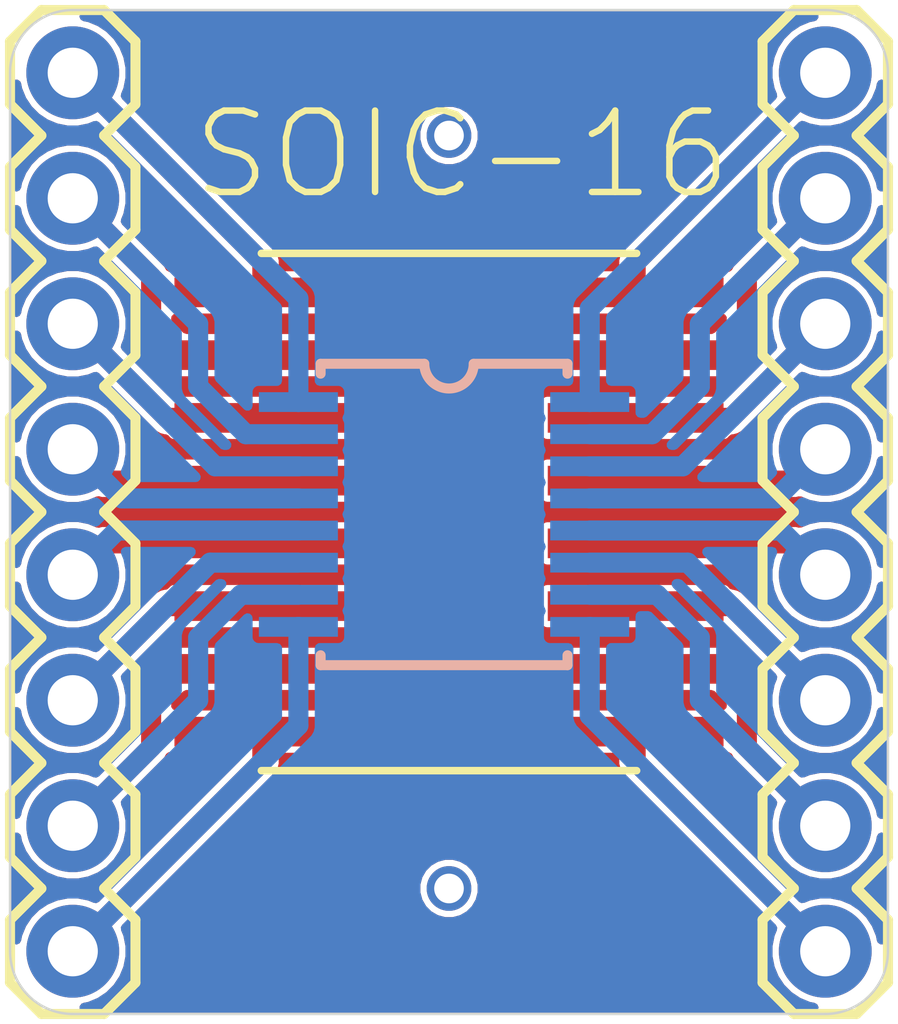
<source format=kicad_pcb>
(kicad_pcb (version 20241229) (generator "pcbnew") (generator_version "9.0")
  (layers (0 "F.Cu" signal) (2 "B.Cu" signal) (13 "F.Paste" user) (15 "B.Paste" user) (5 "F.SilkS" user "F.Silkscreen") (7 "B.SilkS" user "B.Silkscreen") (1 "F.Mask" user) (3 "B.Mask" user) (25 "Edge.Cuts" user))
  (net 0 "")
  (net 1 "2")
  (net 2 "3")
  (net 3 "4")
  (net 4 "5")
  (net 5 "6")
  (net 6 "7")
  (net 7 "8")
  (net 8 "16")
  (net 9 "15")
  (net 10 "14")
  (net 11 "13")
  (net 12 "12")
  (net 13 "11")
  (net 14 "10")
  (net 15 "9")
  (net 16 "1")
  (net 17 "GND")
  (footprint "SOIC_TSSOP-16:1X08_ROUND" (layer "F.Cu") (at 140.8811 113.8936 90)
    (property "Reference" "JP1" (hide yes))
    (property "Value" "")
    (fp_line (start 18.415 -1.27) (end 19.05 -0.635) (stroke (width 0.2032)) (layer "F.SilkS"))
    (fp_line (start 17.145 -1.27) (end 18.415 -1.27) (stroke (width 0.2032)) (layer "F.SilkS"))
    (fp_line (start 17.145 -1.27) (end 16.51 -0.635) (stroke (width 0.2032)) (layer "F.SilkS"))
    (fp_line (start 15.875 -1.27) (end 16.51 -0.635) (stroke (width 0.2032)) (layer "F.SilkS"))
    (fp_line (start 14.605 -1.27) (end 15.875 -1.27) (stroke (width 0.2032)) (layer "F.SilkS"))
    (fp_line (start 14.605 -1.27) (end 13.97 -0.635) (stroke (width 0.2032)) (layer "F.SilkS"))
    (fp_line (start 13.335 -1.27) (end 13.97 -0.635) (stroke (width 0.2032)) (layer "F.SilkS"))
    (fp_line (start 12.065 -1.27) (end 13.335 -1.27) (stroke (width 0.2032)) (layer "F.SilkS"))
    (fp_line (start 10.795 -1.27) (end 11.43 -0.635) (stroke (width 0.2032)) (layer "F.SilkS"))
    (fp_line (start 9.525 -1.27) (end 10.795 -1.27) (stroke (width 0.2032)) (layer "F.SilkS"))
    (fp_line (start 8.255 -1.27) (end 8.89 -0.635) (stroke (width 0.2032)) (layer "F.SilkS"))
    (fp_line (start 6.985 -1.27) (end 8.255 -1.27) (stroke (width 0.2032)) (layer "F.SilkS"))
    (fp_line (start 6.985 -1.27) (end 6.35 -0.635) (stroke (width 0.2032)) (layer "F.SilkS"))
    (fp_line (start 5.715 -1.27) (end 6.35 -0.635) (stroke (width 0.2032)) (layer "F.SilkS"))
    (fp_line (start 4.445 -1.27) (end 5.715 -1.27) (stroke (width 0.2032)) (layer "F.SilkS"))
    (fp_line (start 3.175 -1.27) (end 3.81 -0.635) (stroke (width 0.2032)) (layer "F.SilkS"))
    (fp_line (start 1.905 -1.27) (end 3.175 -1.27) (stroke (width 0.2032)) (layer "F.SilkS"))
    (fp_line (start 0.635 -1.27) (end 1.27 -0.635) (stroke (width 0.2032)) (layer "F.SilkS"))
    (fp_line (start -0.635 -1.27) (end 0.635 -1.27) (stroke (width 0.2032)) (layer "F.SilkS"))
    (fp_line (start -0.635 -1.27) (end -1.27 -0.635) (stroke (width 0.2032)) (layer "F.SilkS"))
    (fp_line (start 19.05 -0.635) (end 19.05 0.635) (stroke (width 0.2032)) (layer "F.SilkS"))
    (fp_line (start 11.43 -0.635) (end 12.065 -1.27) (stroke (width 0.2032)) (layer "F.SilkS"))
    (fp_line (start 8.89 -0.635) (end 9.525 -1.27) (stroke (width 0.2032)) (layer "F.SilkS"))
    (fp_line (start 3.81 -0.635) (end 4.445 -1.27) (stroke (width 0.2032)) (layer "F.SilkS"))
    (fp_line (start 1.27 -0.635) (end 1.905 -1.27) (stroke (width 0.2032)) (layer "F.SilkS"))
    (fp_line (start -1.27 -0.635) (end -1.27 0.635) (stroke (width 0.2032)) (layer "F.SilkS"))
    (fp_line (start 19.05 0.635) (end 18.415 1.27) (stroke (width 0.2032)) (layer "F.SilkS"))
    (fp_line (start 16.51 0.635) (end 17.145 1.27) (stroke (width 0.2032)) (layer "F.SilkS"))
    (fp_line (start 16.51 0.635) (end 15.875 1.27) (stroke (width 0.2032)) (layer "F.SilkS"))
    (fp_line (start 13.97 0.635) (end 14.605 1.27) (stroke (width 0.2032)) (layer "F.SilkS"))
    (fp_line (start 13.97 0.635) (end 13.335 1.27) (stroke (width 0.2032)) (layer "F.SilkS"))
    (fp_line (start 11.43 0.635) (end 10.795 1.27) (stroke (width 0.2032)) (layer "F.SilkS"))
    (fp_line (start 8.89 0.635) (end 8.255 1.27) (stroke (width 0.2032)) (layer "F.SilkS"))
    (fp_line (start 6.35 0.635) (end 6.985 1.27) (stroke (width 0.2032)) (layer "F.SilkS"))
    (fp_line (start 6.35 0.635) (end 5.715 1.27) (stroke (width 0.2032)) (layer "F.SilkS"))
    (fp_line (start 3.81 0.635) (end 3.175 1.27) (stroke (width 0.2032)) (layer "F.SilkS"))
    (fp_line (start 1.27 0.635) (end 0.635 1.27) (stroke (width 0.2032)) (layer "F.SilkS"))
    (fp_line (start -1.27 0.635) (end -0.635 1.27) (stroke (width 0.2032)) (layer "F.SilkS"))
    (fp_line (start 18.415 1.27) (end 17.145 1.27) (stroke (width 0.2032)) (layer "F.SilkS"))
    (fp_line (start 15.875 1.27) (end 14.605 1.27) (stroke (width 0.2032)) (layer "F.SilkS"))
    (fp_line (start 13.335 1.27) (end 12.065 1.27) (stroke (width 0.2032)) (layer "F.SilkS"))
    (fp_line (start 12.065 1.27) (end 11.43 0.635) (stroke (width 0.2032)) (layer "F.SilkS"))
    (fp_line (start 10.795 1.27) (end 9.525 1.27) (stroke (width 0.2032)) (layer "F.SilkS"))
    (fp_line (start 9.525 1.27) (end 8.89 0.635) (stroke (width 0.2032)) (layer "F.SilkS"))
    (fp_line (start 8.255 1.27) (end 6.985 1.27) (stroke (width 0.2032)) (layer "F.SilkS"))
    (fp_line (start 5.715 1.27) (end 4.445 1.27) (stroke (width 0.2032)) (layer "F.SilkS"))
    (fp_line (start 4.445 1.27) (end 3.81 0.635) (stroke (width 0.2032)) (layer "F.SilkS"))
    (fp_line (start 3.175 1.27) (end 1.905 1.27) (stroke (width 0.2032)) (layer "F.SilkS"))
    (fp_line (start 1.905 1.27) (end 1.27 0.635) (stroke (width 0.2032)) (layer "F.SilkS"))
    (fp_line (start 0.635 1.27) (end -0.635 1.27) (stroke (width 0.2032)) (layer "F.SilkS"))
    (pad "1" thru_hole circle (at 0 0 180) (size 1.8796 1.8796) (drill 1.016) (layers "*.Cu" "*.Mask") (net 7 "8"))
    (pad "2" thru_hole circle (at 2.54 0 180) (size 1.8796 1.8796) (drill 1.016) (layers "*.Cu" "*.Mask") (net 6 "7"))
    (pad "3" thru_hole circle (at 5.08 0 180) (size 1.8796 1.8796) (drill 1.016) (layers "*.Cu" "*.Mask") (net 5 "6"))
    (pad "4" thru_hole circle (at 7.62 0 180) (size 1.8796 1.8796) (drill 1.016) (layers "*.Cu" "*.Mask") (net 4 "5"))
    (pad "5" thru_hole circle (at 10.16 0 180) (size 1.8796 1.8796) (drill 1.016) (layers "*.Cu" "*.Mask") (net 3 "4"))
    (pad "6" thru_hole circle (at 12.7 0 180) (size 1.8796 1.8796) (drill 1.016) (layers "*.Cu" "*.Mask") (net 2 "3"))
    (pad "7" thru_hole circle (at 15.24 0 180) (size 1.8796 1.8796) (drill 1.016) (layers "*.Cu" "*.Mask") (net 1 "2"))
    (pad "8" thru_hole circle (at 17.78 0 180) (size 1.8796 1.8796) (drill 1.016) (layers "*.Cu" "*.Mask") (net 16 "1"))
  )
  (footprint "SOIC_TSSOP-16:SOIC-16NW" (layer "F.Cu") (at 148.5011 105.0036 -90)
    (property "Reference" "SOIC-16" (at -6.27 5.27 0) (layer "F.SilkS") (effects (font (size 1.647139 1.647139) (thickness 0.130861)) (justify left bottom)))
    (property "Value" "SOIC-16" (hide yes))
    (fp_line (start -5.235 3.8) (end -5.235 -3.8) (stroke (width 0.1524)) (layer "F.SilkS"))
    (fp_line (start 5.235 -3.8) (end 5.235 3.8) (stroke (width 0.1524)) (layer "F.SilkS"))
    (pad "P1" smd rect (at -4.445 3.78 270) (size 0.6 3.56) (layers "F.Cu" "F.Mask" "F.Paste") (net 16 "1"))
    (pad "P2" smd rect (at -3.175 3.78 270) (size 0.6 3.56) (layers "F.Cu" "F.Mask" "F.Paste") (net 1 "2"))
    (pad "P3" smd rect (at -1.905 3.78 270) (size 0.6 3.56) (layers "F.Cu" "F.Mask" "F.Paste") (net 2 "3"))
    (pad "P4" smd rect (at -0.635 3.78 270) (size 0.6 3.56) (layers "F.Cu" "F.Mask" "F.Paste") (net 3 "4"))
    (pad "P5" smd rect (at 0.635 3.78 270) (size 0.6 3.56) (layers "F.Cu" "F.Mask" "F.Paste") (net 4 "5"))
    (pad "P6" smd rect (at 1.905 3.78 270) (size 0.6 3.56) (layers "F.Cu" "F.Mask" "F.Paste") (net 5 "6"))
    (pad "P7" smd rect (at 3.175 3.78 270) (size 0.6 3.56) (layers "F.Cu" "F.Mask" "F.Paste") (net 6 "7"))
    (pad "P8" smd rect (at 4.445 3.78 270) (size 0.6 3.56) (layers "F.Cu" "F.Mask" "F.Paste") (net 7 "8"))
    (pad "P9" smd rect (at 4.445 -3.78 270) (size 0.6 3.56) (layers "F.Cu" "F.Mask" "F.Paste") (net 15 "9"))
    (pad "P10" smd rect (at 3.175 -3.78 270) (size 0.6 3.56) (layers "F.Cu" "F.Mask" "F.Paste") (net 14 "10"))
    (pad "P11" smd rect (at 1.905 -3.78 270) (size 0.6 3.56) (layers "F.Cu" "F.Mask" "F.Paste") (net 13 "11"))
    (pad "P12" smd rect (at 0.635 -3.78 270) (size 0.6 3.56) (layers "F.Cu" "F.Mask" "F.Paste") (net 12 "12"))
    (pad "P13" smd rect (at -0.635 -3.78 270) (size 0.6 3.56) (layers "F.Cu" "F.Mask" "F.Paste") (net 11 "13"))
    (pad "P14" smd rect (at -1.905 -3.78 270) (size 0.6 3.56) (layers "F.Cu" "F.Mask" "F.Paste") (net 10 "14"))
    (pad "P15" smd rect (at -3.175 -3.78 270) (size 0.6 3.56) (layers "F.Cu" "F.Mask" "F.Paste") (net 9 "15"))
    (pad "P16" smd rect (at -4.445 -3.78 270) (size 0.6 3.56) (layers "F.Cu" "F.Mask" "F.Paste") (net 8 "16"))
  )
  (footprint "SOIC_TSSOP-16:1X08_ROUND" (layer "F.Cu") (at 156.1211 96.1136 -90)
    (property "Reference" "JP2" (hide yes))
    (property "Value" "")
    (fp_line (start 0.635 1.27) (end -0.635 1.27) (stroke (width 0.2032)) (layer "F.SilkS"))
    (fp_line (start 1.905 1.27) (end 1.27 0.635) (stroke (width 0.2032)) (layer "F.SilkS"))
    (fp_line (start 3.175 1.27) (end 1.905 1.27) (stroke (width 0.2032)) (layer "F.SilkS"))
    (fp_line (start 4.445 1.27) (end 3.81 0.635) (stroke (width 0.2032)) (layer "F.SilkS"))
    (fp_line (start 5.715 1.27) (end 4.445 1.27) (stroke (width 0.2032)) (layer "F.SilkS"))
    (fp_line (start 8.255 1.27) (end 6.985 1.27) (stroke (width 0.2032)) (layer "F.SilkS"))
    (fp_line (start 9.525 1.27) (end 8.89 0.635) (stroke (width 0.2032)) (layer "F.SilkS"))
    (fp_line (start 10.795 1.27) (end 9.525 1.27) (stroke (width 0.2032)) (layer "F.SilkS"))
    (fp_line (start 12.065 1.27) (end 11.43 0.635) (stroke (width 0.2032)) (layer "F.SilkS"))
    (fp_line (start 13.335 1.27) (end 12.065 1.27) (stroke (width 0.2032)) (layer "F.SilkS"))
    (fp_line (start 15.875 1.27) (end 14.605 1.27) (stroke (width 0.2032)) (layer "F.SilkS"))
    (fp_line (start 18.415 1.27) (end 17.145 1.27) (stroke (width 0.2032)) (layer "F.SilkS"))
    (fp_line (start -1.27 0.635) (end -0.635 1.27) (stroke (width 0.2032)) (layer "F.SilkS"))
    (fp_line (start 1.27 0.635) (end 0.635 1.27) (stroke (width 0.2032)) (layer "F.SilkS"))
    (fp_line (start 3.81 0.635) (end 3.175 1.27) (stroke (width 0.2032)) (layer "F.SilkS"))
    (fp_line (start 6.35 0.635) (end 5.715 1.27) (stroke (width 0.2032)) (layer "F.SilkS"))
    (fp_line (start 6.35 0.635) (end 6.985 1.27) (stroke (width 0.2032)) (layer "F.SilkS"))
    (fp_line (start 8.89 0.635) (end 8.255 1.27) (stroke (width 0.2032)) (layer "F.SilkS"))
    (fp_line (start 11.43 0.635) (end 10.795 1.27) (stroke (width 0.2032)) (layer "F.SilkS"))
    (fp_line (start 13.97 0.635) (end 13.335 1.27) (stroke (width 0.2032)) (layer "F.SilkS"))
    (fp_line (start 13.97 0.635) (end 14.605 1.27) (stroke (width 0.2032)) (layer "F.SilkS"))
    (fp_line (start 16.51 0.635) (end 15.875 1.27) (stroke (width 0.2032)) (layer "F.SilkS"))
    (fp_line (start 16.51 0.635) (end 17.145 1.27) (stroke (width 0.2032)) (layer "F.SilkS"))
    (fp_line (start 19.05 0.635) (end 18.415 1.27) (stroke (width 0.2032)) (layer "F.SilkS"))
    (fp_line (start -1.27 -0.635) (end -1.27 0.635) (stroke (width 0.2032)) (layer "F.SilkS"))
    (fp_line (start 1.27 -0.635) (end 1.905 -1.27) (stroke (width 0.2032)) (layer "F.SilkS"))
    (fp_line (start 3.81 -0.635) (end 4.445 -1.27) (stroke (width 0.2032)) (layer "F.SilkS"))
    (fp_line (start 8.89 -0.635) (end 9.525 -1.27) (stroke (width 0.2032)) (layer "F.SilkS"))
    (fp_line (start 11.43 -0.635) (end 12.065 -1.27) (stroke (width 0.2032)) (layer "F.SilkS"))
    (fp_line (start 19.05 -0.635) (end 19.05 0.635) (stroke (width 0.2032)) (layer "F.SilkS"))
    (fp_line (start -0.635 -1.27) (end -1.27 -0.635) (stroke (width 0.2032)) (layer "F.SilkS"))
    (fp_line (start -0.635 -1.27) (end 0.635 -1.27) (stroke (width 0.2032)) (layer "F.SilkS"))
    (fp_line (start 0.635 -1.27) (end 1.27 -0.635) (stroke (width 0.2032)) (layer "F.SilkS"))
    (fp_line (start 1.905 -1.27) (end 3.175 -1.27) (stroke (width 0.2032)) (layer "F.SilkS"))
    (fp_line (start 3.175 -1.27) (end 3.81 -0.635) (stroke (width 0.2032)) (layer "F.SilkS"))
    (fp_line (start 4.445 -1.27) (end 5.715 -1.27) (stroke (width 0.2032)) (layer "F.SilkS"))
    (fp_line (start 5.715 -1.27) (end 6.35 -0.635) (stroke (width 0.2032)) (layer "F.SilkS"))
    (fp_line (start 6.985 -1.27) (end 6.35 -0.635) (stroke (width 0.2032)) (layer "F.SilkS"))
    (fp_line (start 6.985 -1.27) (end 8.255 -1.27) (stroke (width 0.2032)) (layer "F.SilkS"))
    (fp_line (start 8.255 -1.27) (end 8.89 -0.635) (stroke (width 0.2032)) (layer "F.SilkS"))
    (fp_line (start 9.525 -1.27) (end 10.795 -1.27) (stroke (width 0.2032)) (layer "F.SilkS"))
    (fp_line (start 10.795 -1.27) (end 11.43 -0.635) (stroke (width 0.2032)) (layer "F.SilkS"))
    (fp_line (start 12.065 -1.27) (end 13.335 -1.27) (stroke (width 0.2032)) (layer "F.SilkS"))
    (fp_line (start 13.335 -1.27) (end 13.97 -0.635) (stroke (width 0.2032)) (layer "F.SilkS"))
    (fp_line (start 14.605 -1.27) (end 13.97 -0.635) (stroke (width 0.2032)) (layer "F.SilkS"))
    (fp_line (start 14.605 -1.27) (end 15.875 -1.27) (stroke (width 0.2032)) (layer "F.SilkS"))
    (fp_line (start 15.875 -1.27) (end 16.51 -0.635) (stroke (width 0.2032)) (layer "F.SilkS"))
    (fp_line (start 17.145 -1.27) (end 16.51 -0.635) (stroke (width 0.2032)) (layer "F.SilkS"))
    (fp_line (start 17.145 -1.27) (end 18.415 -1.27) (stroke (width 0.2032)) (layer "F.SilkS"))
    (fp_line (start 18.415 -1.27) (end 19.05 -0.635) (stroke (width 0.2032)) (layer "F.SilkS"))
    (pad "1" thru_hole circle (at 0 0) (size 1.8796 1.8796) (drill 1.016) (layers "*.Cu" "*.Mask") (net 8 "16"))
    (pad "2" thru_hole circle (at 2.54 0) (size 1.8796 1.8796) (drill 1.016) (layers "*.Cu" "*.Mask") (net 9 "15"))
    (pad "3" thru_hole circle (at 5.08 0) (size 1.8796 1.8796) (drill 1.016) (layers "*.Cu" "*.Mask") (net 10 "14"))
    (pad "4" thru_hole circle (at 7.62 0) (size 1.8796 1.8796) (drill 1.016) (layers "*.Cu" "*.Mask") (net 11 "13"))
    (pad "5" thru_hole circle (at 10.16 0) (size 1.8796 1.8796) (drill 1.016) (layers "*.Cu" "*.Mask") (net 12 "12"))
    (pad "6" thru_hole circle (at 12.7 0) (size 1.8796 1.8796) (drill 1.016) (layers "*.Cu" "*.Mask") (net 13 "11"))
    (pad "7" thru_hole circle (at 15.24 0) (size 1.8796 1.8796) (drill 1.016) (layers "*.Cu" "*.Mask") (net 14 "10"))
    (pad "8" thru_hole circle (at 17.78 0) (size 1.8796 1.8796) (drill 1.016) (layers "*.Cu" "*.Mask") (net 15 "9"))
  )
  (footprint "SOIC_TSSOP-16:TSSOP16" (layer "B.Cu") (at 148.5011 105.0036 -90)
    (property "Reference" "U$2" (hide yes))
    (property "Value" "TSSOP-16")
    (fp_line (start -3 2.6) (end -2.8 2.6) (stroke (width 0.2032)) (layer "B.SilkS"))
    (fp_line (start -3 2.6) (end -3 0.5) (stroke (width 0.2032)) (layer "B.SilkS"))
    (fp_line (start 3.1 2.6) (end 2.9 2.6) (stroke (width 0.2032)) (layer "B.SilkS"))
    (fp_line (start -3 -0.5) (end -3 -2.4) (stroke (width 0.2032)) (layer "B.SilkS"))
    (fp_line (start -3 -2.4) (end -2.8 -2.4) (stroke (width 0.2032)) (layer "B.SilkS"))
    (fp_line (start 2.9 -2.4) (end 3.1 -2.4) (stroke (width 0.2032)) (layer "B.SilkS"))
    (fp_line (start 3.1 -2.4) (end 3.1 2.6) (stroke (width 0.2032)) (layer "B.SilkS"))
    (fp_arc (start -3 -0.5) (mid -2.5 0) (end -3 0.5) (stroke (width 0.2032)) (layer "B.SilkS"))
    (pad "1" smd rect (at -2.225 -2.85 270) (size 0.4 1.6) (layers "B.Cu" "B.Mask" "B.Paste") (net 8 "16"))
    (pad "2" smd rect (at -1.575 -2.85 270) (size 0.4 1.6) (layers "B.Cu" "B.Mask" "B.Paste") (net 9 "15"))
    (pad "3" smd rect (at -0.925 -2.85 270) (size 0.4 1.6) (layers "B.Cu" "B.Mask" "B.Paste") (net 10 "14"))
    (pad "4" smd rect (at -0.275 -2.85 270) (size 0.4 1.6) (layers "B.Cu" "B.Mask" "B.Paste") (net 11 "13"))
    (pad "5" smd rect (at 0.375 -2.85 270) (size 0.4 1.6) (layers "B.Cu" "B.Mask" "B.Paste") (net 12 "12"))
    (pad "6" smd rect (at 1.025 -2.85 270) (size 0.4 1.6) (layers "B.Cu" "B.Mask" "B.Paste") (net 13 "11"))
    (pad "7" smd rect (at 1.675 -2.85 270) (size 0.4 1.6) (layers "B.Cu" "B.Mask" "B.Paste") (net 14 "10"))
    (pad "8" smd rect (at 2.325 -2.85 270) (size 0.4 1.6) (layers "B.Cu" "B.Mask" "B.Paste") (net 15 "9"))
    (pad "9" smd rect (at 2.325 3.05 270) (size 0.4 1.6) (layers "B.Cu" "B.Mask" "B.Paste") (net 7 "8"))
    (pad "10" smd rect (at 1.675 3.05 270) (size 0.4 1.6) (layers "B.Cu" "B.Mask" "B.Paste") (net 6 "7"))
    (pad "11" smd rect (at 1.025 3.05 270) (size 0.4 1.6) (layers "B.Cu" "B.Mask" "B.Paste") (net 5 "6"))
    (pad "12" smd rect (at 0.375 3.05 270) (size 0.4 1.6) (layers "B.Cu" "B.Mask" "B.Paste") (net 4 "5"))
    (pad "13" smd rect (at -0.275 3.05 270) (size 0.4 1.6) (layers "B.Cu" "B.Mask" "B.Paste") (net 3 "4"))
    (pad "14" smd rect (at -0.925 3.05 270) (size 0.4 1.6) (layers "B.Cu" "B.Mask" "B.Paste") (net 2 "3"))
    (pad "15" smd rect (at -1.575 3.05 270) (size 0.4 1.6) (layers "B.Cu" "B.Mask" "B.Paste") (net 1 "2"))
    (pad "16" smd rect (at -2.225 3.05 270) (size 0.4 1.6) (layers "B.Cu" "B.Mask" "B.Paste") (net 16 "1"))
  )
  (gr_line (start 156.1211 94.8436) (end 140.8811 94.8436) (stroke (width 0.05)) (layer "Edge.Cuts"))
  (gr_arc (start 157.3911 113.8936) (mid 157.019126 114.791626) (end 156.1211 115.1636) (stroke (width 0.05)) (layer "Edge.Cuts"))
  (gr_line (start 139.6111 96.1136) (end 139.6111 113.8936) (stroke (width 0.05)) (layer "Edge.Cuts"))
  (gr_arc (start 139.6111 96.1136) (mid 139.983074 95.215574) (end 140.8811 94.8436) (stroke (width 0.05)) (layer "Edge.Cuts"))
  (gr_arc (start 156.1211 94.8436) (mid 157.019126 95.215574) (end 157.3911 96.1136) (stroke (width 0.05)) (layer "Edge.Cuts"))
  (gr_line (start 157.3911 113.8936) (end 157.3911 96.1136) (stroke (width 0.05)) (layer "Edge.Cuts"))
  (gr_line (start 140.8811 115.1636) (end 156.1211 115.1636) (stroke (width 0.05)) (layer "Edge.Cuts"))
  (gr_arc (start 140.8811 115.1636) (mid 139.983074 114.791626) (end 139.6111 113.8936) (stroke (width 0.05)) (layer "Edge.Cuts"))
  (segment (start 144.7211 101.8286) (end 143.1036 101.8286) (width 0.4064) (layer "F.Cu") (net 1))
  (segment (start 143.1036 101.8286) (end 142.4686 101.1936) (width 0.4064) (layer "F.Cu") (net 1))
  (segment (start 142.4686 100.2411) (end 140.8811 98.6536) (width 0.4064) (layer "F.Cu") (net 1))
  (segment (start 142.4686 101.1936) (end 142.4686 100.2411) (width 0.4064) (layer "F.Cu") (net 1))
  (segment (start 143.4211 102.4636) (end 143.4211 101.1936) (width 0.4064) (layer "B.Cu") (net 1))
  (segment (start 144.3861 103.4286) (end 143.4211 102.4636) (width 0.4064) (layer "B.Cu") (net 1))
  (segment (start 145.4511 103.4286) (end 144.3861 103.4286) (width 0.4064) (layer "B.Cu") (net 1))
  (segment (start 143.4211 101.1936) (end 140.8811 98.6536) (width 0.4064) (layer "B.Cu") (net 1))
  (segment (start 144.7211 103.0986) (end 142.7861 103.0986) (width 0.4064) (layer "F.Cu") (net 2))
  (segment (start 142.7861 103.0986) (end 140.8811 101.1936) (width 0.4064) (layer "F.Cu") (net 2))
  (segment (start 145.4511 104.0786) (end 143.7661 104.0786) (width 0.4064) (layer "B.Cu") (net 2))
  (segment (start 143.7661 104.0786) (end 140.8811 101.1936) (width 0.4064) (layer "B.Cu") (net 2))
  (segment (start 144.7211 104.3686) (end 141.5161 104.3686) (width 0.4064) (layer "F.Cu") (net 3))
  (segment (start 141.5161 104.3686) (end 140.8811 103.7336) (width 0.4064) (layer "F.Cu") (net 3))
  (segment (start 141.8761 104.7286) (end 140.8811 103.7336) (width 0.4064) (layer "B.Cu") (net 3))
  (segment (start 145.4511 104.7286) (end 141.8761 104.7286) (width 0.4064) (layer "B.Cu") (net 3))
  (segment (start 144.7211 105.6386) (end 141.5161 105.6386) (width 0.4064) (layer "F.Cu") (net 4))
  (segment (start 141.5161 105.6386) (end 140.8811 106.2736) (width 0.4064) (layer "F.Cu") (net 4))
  (segment (start 145.4511 105.3786) (end 141.7761 105.3786) (width 0.4064) (layer "B.Cu") (net 4))
  (segment (start 141.7761 105.3786) (end 140.8811 106.2736) (width 0.4064) (layer "B.Cu") (net 4))
  (segment (start 144.7211 106.9086) (end 142.7861 106.9086) (width 0.4064) (layer "F.Cu") (net 5))
  (segment (start 142.7861 106.9086) (end 140.8811 108.8136) (width 0.4064) (layer "F.Cu") (net 5))
  (segment (start 143.6661 106.0286) (end 140.8811 108.8136) (width 0.4064) (layer "B.Cu") (net 5))
  (segment (start 145.4511 106.0286) (end 143.6661 106.0286) (width 0.4064) (layer "B.Cu") (net 5))
  (segment (start 142.4686 109.7661) (end 140.8811 111.3536) (width 0.4064) (layer "F.Cu") (net 6))
  (segment (start 143.1036 108.1786) (end 142.4686 108.8136) (width 0.4064) (layer "F.Cu") (net 6))
  (segment (start 142.4686 108.8136) (end 142.4686 109.7661) (width 0.4064) (layer "F.Cu") (net 6))
  (segment (start 144.7211 108.1786) (end 143.1036 108.1786) (width 0.4064) (layer "F.Cu") (net 6))
  (segment (start 144.2861 106.6786) (end 143.4211 107.5436) (width 0.4064) (layer "B.Cu") (net 6))
  (segment (start 145.4511 106.6786) (end 144.2861 106.6786) (width 0.4064) (layer "B.Cu") (net 6))
  (segment (start 143.4211 108.8136) (end 140.8811 111.3536) (width 0.4064) (layer "B.Cu") (net 6))
  (segment (start 143.4211 107.5436) (end 143.4211 108.8136) (width 0.4064) (layer "B.Cu") (net 6))
  (segment (start 144.7211 109.4486) (end 144.7211 110.0536) (width 0.4064) (layer "F.Cu") (net 7))
  (segment (start 144.7211 110.0536) (end 140.8811 113.8936) (width 0.4064) (layer "F.Cu") (net 7))
  (segment (start 145.4511 109.3236) (end 140.8811 113.8936) (width 0.4064) (layer "B.Cu") (net 7))
  (segment (start 145.4511 107.3286) (end 145.4511 109.3236) (width 0.4064) (layer "B.Cu") (net 7))
  (segment (start 152.2811 100.5586) (end 152.2811 99.9536) (width 0.4064) (layer "F.Cu") (net 8))
  (segment (start 152.2811 99.9536) (end 156.1211 96.1136) (width 0.4064) (layer "F.Cu") (net 8))
  (segment (start 151.3511 102.7786) (end 151.3511 100.8836) (width 0.4064) (layer "B.Cu") (net 8))
  (segment (start 151.3511 100.8836) (end 156.1211 96.1136) (width 0.4064) (layer "B.Cu") (net 8))
  (segment (start 154.5336 101.1936) (end 154.5336 100.2411) (width 0.4064) (layer "F.Cu") (net 9))
  (segment (start 153.8986 101.8286) (end 154.5336 101.1936) (width 0.4064) (layer "F.Cu") (net 9))
  (segment (start 154.5336 100.2411) (end 156.1211 98.6536) (width 0.4064) (layer "F.Cu") (net 9))
  (segment (start 152.2811 101.8286) (end 153.8986 101.8286) (width 0.4064) (layer "F.Cu") (net 9))
  (segment (start 152.6161 103.4286) (end 153.5811 102.4636) (width 0.4064) (layer "B.Cu") (net 9))
  (segment (start 151.3511 103.4286) (end 152.6161 103.4286) (width 0.4064) (layer "B.Cu") (net 9))
  (segment (start 153.5811 102.4636) (end 153.5811 101.1936) (width 0.4064) (layer "B.Cu") (net 9))
  (segment (start 153.5811 101.1936) (end 156.1211 98.6536) (width 0.4064) (layer "B.Cu") (net 9))
  (segment (start 152.2811 103.0986) (end 154.2161 103.0986) (width 0.4064) (layer "F.Cu") (net 10))
  (segment (start 154.2161 103.0986) (end 156.1211 101.1936) (width 0.4064) (layer "F.Cu") (net 10))
  (segment (start 151.3511 104.0786) (end 153.2361 104.0786) (width 0.4064) (layer "B.Cu") (net 10))
  (segment (start 153.2361 104.0786) (end 156.1211 101.1936) (width 0.4064) (layer "B.Cu") (net 10))
  (segment (start 155.4861 104.3686) (end 156.1211 103.7336) (width 0.4064) (layer "F.Cu") (net 11))
  (segment (start 152.2811 104.3686) (end 155.4861 104.3686) (width 0.4064) (layer "F.Cu") (net 11))
  (segment (start 155.1261 104.7286) (end 156.1211 103.7336) (width 0.4064) (layer "B.Cu") (net 11))
  (segment (start 151.3511 104.7286) (end 155.1261 104.7286) (width 0.4064) (layer "B.Cu") (net 11))
  (segment (start 152.2811 105.6386) (end 155.4861 105.6386) (width 0.4064) (layer "F.Cu") (net 12))
  (segment (start 155.4861 105.6386) (end 156.1211 106.2736) (width 0.4064) (layer "F.Cu") (net 12))
  (segment (start 151.3511 105.3786) (end 155.2261 105.3786) (width 0.4064) (layer "B.Cu") (net 12))
  (segment (start 155.2261 105.3786) (end 156.1211 106.2736) (width 0.4064) (layer "B.Cu") (net 12))
  (segment (start 152.2811 106.9086) (end 154.2161 106.9086) (width 0.4064) (layer "F.Cu") (net 13))
  (segment (start 154.2161 106.9086) (end 156.1211 108.8136) (width 0.4064) (layer "F.Cu") (net 13))
  (segment (start 151.3511 106.0286) (end 153.3361 106.0286) (width 0.4064) (layer "B.Cu") (net 13))
  (segment (start 153.3361 106.0286) (end 156.1211 108.8136) (width 0.4064) (layer "B.Cu") (net 13))
  (segment (start 152.2811 108.1786) (end 153.8986 108.1786) (width 0.4064) (layer "F.Cu") (net 14))
  (segment (start 153.8986 108.1786) (end 154.5336 108.8136) (width 0.4064) (layer "F.Cu") (net 14))
  (segment (start 154.5336 109.7661) (end 156.1211 111.3536) (width 0.4064) (layer "F.Cu") (net 14))
  (segment (start 154.5336 108.8136) (end 154.5336 109.7661) (width 0.4064) (layer "F.Cu") (net 14))
  (segment (start 152.7161 106.6786) (end 153.5811 107.5436) (width 0.4064) (layer "B.Cu") (net 14))
  (segment (start 153.5811 108.8136) (end 156.1211 111.3536) (width 0.4064) (layer "B.Cu") (net 14))
  (segment (start 151.3511 106.6786) (end 152.7161 106.6786) (width 0.4064) (layer "B.Cu") (net 14))
  (segment (start 153.5811 107.5436) (end 153.5811 108.8136) (width 0.4064) (layer "B.Cu") (net 14))
  (segment (start 152.2811 109.4486) (end 152.2811 110.0536) (width 0.4064) (layer "F.Cu") (net 15))
  (segment (start 152.2811 110.0536) (end 156.1211 113.8936) (width 0.4064) (layer "F.Cu") (net 15))
  (segment (start 151.3511 107.3286) (end 151.3511 109.1236) (width 0.4064) (layer "B.Cu") (net 15))
  (segment (start 151.3511 109.1236) (end 156.1211 113.8936) (width 0.4064) (layer "B.Cu") (net 15))
  (segment (start 144.7211 100.5586) (end 144.7211 99.9536) (width 0.4064) (layer "F.Cu") (net 16))
  (segment (start 144.7211 99.9536) (end 140.8811 96.1136) (width 0.4064) (layer "F.Cu") (net 16))
  (segment (start 145.4511 100.6836) (end 140.8811 96.1136) (width 0.4064) (layer "B.Cu") (net 16))
  (segment (start 145.4511 102.7786) (end 145.4511 100.6836) (width 0.4064) (layer "B.Cu") (net 16))
  (via (at 148.5011 97.3836) (size 0.9048) (drill 0.6) (layers "F.Cu" "B.Cu") (net 17))
  (via (at 148.5011 112.6236) (size 0.9048) (drill 0.6) (layers "F.Cu" "B.Cu") (net 17))
  (zone (net 0) (net_name "") (layer "F.Cu") (priority 6) (connect_pads (clearance 0.000001)) (min_thickness 0.2032) (fill yes (thermal_gap 0.4564) (thermal_bridge_width 0.4564))
    (polygon (pts (xy 157.5943 115.3668) (xy 139.4079 115.3668) (xy 139.4079 94.6404) (xy 157.5943 94.6404)))
  )
  (zone (net 0) (net_name "") (layer "B.Cu") (priority 6) (connect_pads (clearance 0.000001)) (min_thickness 0.2032) (fill yes (thermal_gap 0.4564) (thermal_bridge_width 0.4564))
    (polygon (pts (xy 157.5943 115.3668) (xy 139.4079 115.3668) (xy 139.4079 94.6404) (xy 157.5943 94.6404)))
  )
)
</source>
